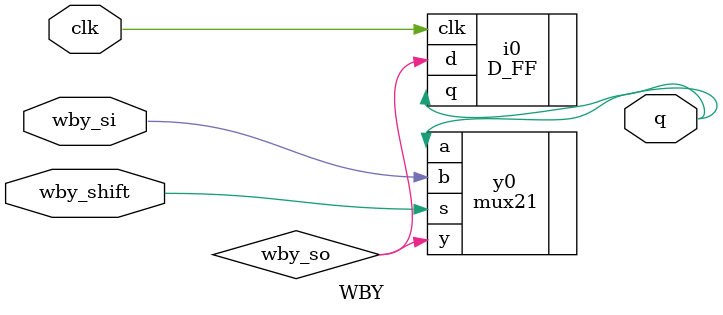
<source format=v>
module WBY
(input clk,wby_si,wby_shift,
 output q
);

 wire wby_so;

 D_FF i0(.clk(clk),.d(wby_so),.q(q));
 mux21 y0(.a(q),.b(wby_si),.s(wby_shift),.y(wby_so));


endmodule


</source>
